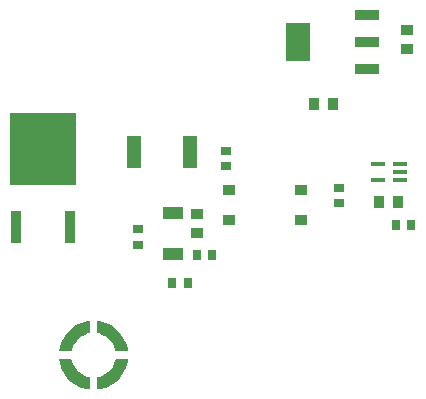
<source format=gtp>
G04*
G04 #@! TF.GenerationSoftware,Altium Limited,Altium Designer,25.1.2 (22)*
G04*
G04 Layer_Color=8421504*
%FSLAX44Y44*%
%MOMM*%
G71*
G04*
G04 #@! TF.SameCoordinates,B544AF3D-E007-40DE-A55D-0D444B96CDD7*
G04*
G04*
G04 #@! TF.FilePolarity,Positive*
G04*
G01*
G75*
%ADD14R,2.1500X0.9000*%
%ADD15R,2.1500X3.2500*%
%ADD16R,5.6300X6.0900*%
%ADD17R,0.9700X2.8300*%
G04:AMPARAMS|DCode=18|XSize=1.1mm|YSize=0.9mm|CornerRadius=0.1125mm|HoleSize=0mm|Usage=FLASHONLY|Rotation=180.000|XOffset=0mm|YOffset=0mm|HoleType=Round|Shape=RoundedRectangle|*
%AMROUNDEDRECTD18*
21,1,1.1000,0.6750,0,0,180.0*
21,1,0.8750,0.9000,0,0,180.0*
1,1,0.2250,-0.4375,0.3375*
1,1,0.2250,0.4375,0.3375*
1,1,0.2250,0.4375,-0.3375*
1,1,0.2250,-0.4375,-0.3375*
%
%ADD18ROUNDEDRECTD18*%
%ADD19R,1.0500X0.9000*%
%ADD20R,0.9000X1.0500*%
%ADD21R,1.3000X2.8000*%
G04:AMPARAMS|DCode=22|XSize=1.19mm|YSize=0.4mm|CornerRadius=0.05mm|HoleSize=0mm|Usage=FLASHONLY|Rotation=180.000|XOffset=0mm|YOffset=0mm|HoleType=Round|Shape=RoundedRectangle|*
%AMROUNDEDRECTD22*
21,1,1.1900,0.3000,0,0,180.0*
21,1,1.0900,0.4000,0,0,180.0*
1,1,0.1000,-0.5450,0.1500*
1,1,0.1000,0.5450,0.1500*
1,1,0.1000,0.5450,-0.1500*
1,1,0.1000,-0.5450,-0.1500*
%
%ADD22ROUNDEDRECTD22*%
%ADD23R,0.8000X0.9500*%
%ADD24R,0.9500X0.8000*%
%ADD25R,1.7300X1.1100*%
G36*
X-103250Y-229019D02*
X-105700Y-228744D01*
X-110439Y-227381D01*
X-114882Y-225243D01*
X-118904Y-222391D01*
X-122391Y-218904D01*
X-125244Y-214882D01*
X-127382Y-210439D01*
X-128744Y-205700D01*
X-129019Y-203250D01*
X-129019Y-203250D01*
X-118720D01*
X-118416Y-204674D01*
X-117486Y-207433D01*
X-116145Y-210016D01*
X-114426Y-212365D01*
X-112368Y-214424D01*
X-110019Y-216143D01*
X-107436Y-217484D01*
X-104678Y-218415D01*
X-103253Y-218719D01*
X-103253Y-218719D01*
X-103250D01*
X-103250Y-229019D01*
D02*
G37*
G36*
X-129019Y-196750D02*
X-128744Y-194300D01*
X-127382Y-189561D01*
X-125244Y-185118D01*
X-122391Y-181096D01*
X-118904Y-177609D01*
X-114882Y-174757D01*
X-110439Y-172619D01*
X-105700Y-171256D01*
X-103250Y-170981D01*
X-103250D01*
Y-181280D01*
X-104675Y-181584D01*
X-107433Y-182514D01*
X-110016Y-183855D01*
X-112365Y-185574D01*
X-114424Y-187632D01*
X-116144Y-189981D01*
X-117485Y-192564D01*
X-118415Y-195322D01*
X-118719Y-196747D01*
X-118719D01*
Y-196750D01*
X-129019D01*
D02*
G37*
G36*
X-70981Y-203250D02*
X-71256Y-205700D01*
X-72619Y-210439D01*
X-74756Y-214882D01*
X-77609Y-218904D01*
X-81096Y-222391D01*
X-85118Y-225243D01*
X-89561Y-227381D01*
X-94300Y-228744D01*
X-96750Y-229019D01*
Y-229019D01*
Y-218720D01*
X-95326Y-218416D01*
X-92567Y-217486D01*
X-89984Y-216145D01*
X-87635Y-214426D01*
X-85576Y-212368D01*
X-83857Y-210019D01*
X-82516Y-207436D01*
X-81585Y-204678D01*
X-81281Y-203253D01*
Y-203253D01*
Y-203250D01*
X-70981Y-203250D01*
D02*
G37*
G36*
X-96750Y-170981D02*
X-94300Y-171256D01*
X-89561Y-172619D01*
X-85118Y-174757D01*
X-81096Y-177609D01*
X-77609Y-181096D01*
X-74756Y-185118D01*
X-72619Y-189561D01*
X-71256Y-194300D01*
X-70981Y-196750D01*
D01*
X-81280D01*
X-81584Y-195326D01*
X-82514Y-192567D01*
X-83855Y-189984D01*
X-85574Y-187635D01*
X-87632Y-185576D01*
X-89981Y-183857D01*
X-92564Y-182516D01*
X-95322Y-181585D01*
X-96747Y-181281D01*
D01*
X-96750D01*
Y-170981D01*
D02*
G37*
D14*
X131750Y42000D02*
D03*
Y65000D02*
D03*
Y88000D02*
D03*
D15*
X73250Y65000D02*
D03*
D16*
X-142500Y-25150D02*
D03*
D17*
X-119600Y-91650D02*
D03*
X-165400D02*
D03*
D18*
X14500Y-85200D02*
D03*
Y-59800D02*
D03*
X75500D02*
D03*
Y-85200D02*
D03*
D19*
X165000Y59500D02*
D03*
Y75500D02*
D03*
X-12500Y-96250D02*
D03*
Y-80250D02*
D03*
D20*
X103000Y12500D02*
D03*
X87000D02*
D03*
X158000Y-70000D02*
D03*
X142000D02*
D03*
D21*
X-65500Y-27750D02*
D03*
X-18500D02*
D03*
D22*
X140400Y-51500D02*
D03*
Y-38500D02*
D03*
X159600Y-51500D02*
D03*
Y-38500D02*
D03*
Y-45000D02*
D03*
D23*
X156000Y-90000D02*
D03*
X169000D02*
D03*
X-12750Y-115500D02*
D03*
X250D02*
D03*
X-33250Y-139000D02*
D03*
X-20250D02*
D03*
D24*
X107500Y-71500D02*
D03*
Y-58500D02*
D03*
X12500Y-40000D02*
D03*
Y-27000D02*
D03*
X-62500Y-106500D02*
D03*
Y-93500D02*
D03*
D25*
X-33001Y-114049D02*
D03*
Y-79949D02*
D03*
M02*

</source>
